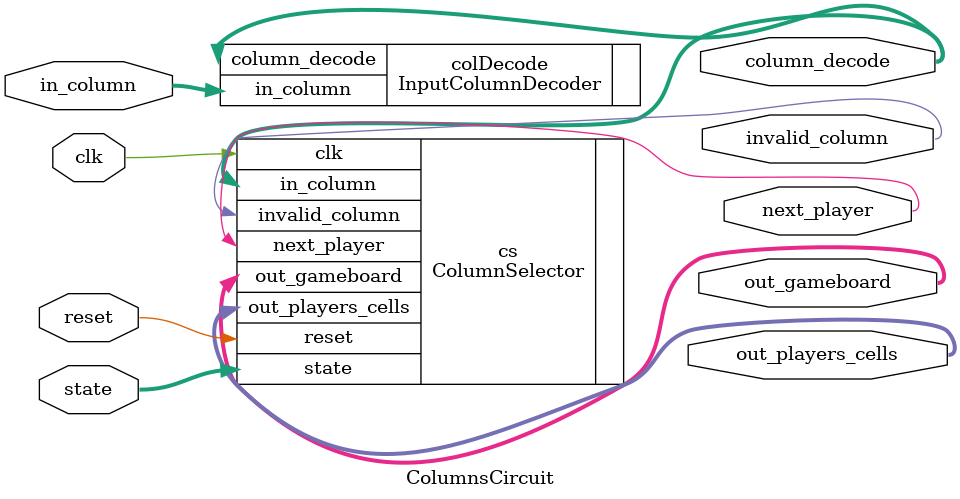
<source format=v>
`timescale 1ns / 1ps

module ColumnsCircuit(
				input clk, // clock
				input reset, // reset
				input [3:0] in_column,
				input [1:0] state,
				output [1:0] column_decode,
				output [15:0] out_gameboard, // keep track of selected and empty cells. 0-Empty, 1-Selected
				output [15:0] out_players_cells, // keep track of player cells. 0-Player1, 1-Player2 
				output invalid_column, // 0-column is valid, 1-column is invalid, is full 
				output next_player
    );
	 

	InputColumnDecoder colDecode (
		.in_column(in_column), 
		.column_decode(column_decode)
	);
	
	ColumnSelector cs(
		.clk(clk), 
		.reset(reset), 
		.in_column(column_decode), 
		.state(state), 
		.out_gameboard(out_gameboard), 
		.out_players_cells(out_players_cells),
		.invalid_column(invalid_column),
		.next_player(next_player)
		);


endmodule

</source>
